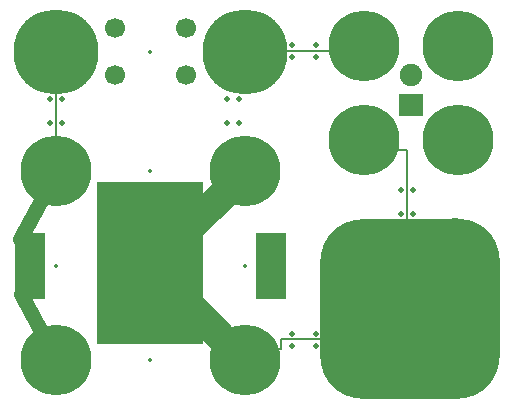
<source format=gtl>
%TF.GenerationSoftware,KiCad,Pcbnew,4.0.5-e0-6337~49~ubuntu16.04.1*%
%TF.CreationDate,2017-02-14T03:20:44-08:00*%
%TF.ProjectId,10mmLED-Button-Battery,31306D6D4C45442D427574746F6E2D42,v1.2*%
%TF.FileFunction,Copper,L1,Top,Signal*%
%FSLAX46Y46*%
G04 Gerber Fmt 4.6, Leading zero omitted, Abs format (unit mm)*
G04 Created by KiCad (PCBNEW 4.0.5-e0-6337~49~ubuntu16.04.1) date Tue Feb 14 03:20:44 2017*
%MOMM*%
%LPD*%
G01*
G04 APERTURE LIST*
%ADD10C,0.350000*%
%ADD11C,2.540000*%
%ADD12C,1.270000*%
%ADD13C,0.500000*%
%ADD14R,2.000000X1.900000*%
%ADD15C,1.900000*%
%ADD16C,6.000000*%
%ADD17C,1.700000*%
%ADD18C,7.200000*%
%ADD19O,15.240000X7.620000*%
%ADD20O,7.620000X15.240000*%
%ADD21R,2.600000X5.560000*%
%ADD22R,9.000000X13.800000*%
%ADD23C,0.152400*%
%ADD24C,0.203200*%
%ADD25C,0.350000*%
G04 APERTURE END LIST*
D10*
D11*
X45768800Y-61544200D02*
X37767800Y-53289200D01*
X46149800Y-45288200D02*
X37894800Y-53289200D01*
D12*
X29766800Y-61290200D02*
X26845800Y-55829200D01*
X29766800Y-45542200D02*
X26718800Y-51130200D01*
D13*
X59004200Y-46990000D03*
X60020200Y-46990000D03*
X60020200Y-49022000D03*
X59004200Y-49022000D03*
X51816000Y-59156600D03*
X51816000Y-60172600D03*
X49784000Y-60172600D03*
X49784000Y-59156600D03*
X30327600Y-41325800D03*
X29311600Y-41325800D03*
X29311600Y-39293800D03*
X30327600Y-39293800D03*
X45313600Y-41351200D03*
X44297600Y-41351200D03*
X44297600Y-39319200D03*
X45313600Y-39319200D03*
D14*
X59855600Y-39810700D03*
D15*
X59855600Y-37270700D03*
D16*
X63855600Y-34810700D03*
X63855600Y-42810700D03*
X55855600Y-42810700D03*
X55855600Y-34810700D03*
D17*
X40758201Y-37303801D03*
X34758201Y-37303801D03*
X40758201Y-33303801D03*
X34758201Y-33303801D03*
D18*
X29764801Y-35289601D03*
X45764801Y-35289601D03*
D19*
X59791600Y-53289200D03*
D20*
X55981600Y-57099200D03*
D19*
X59728100Y-60909200D03*
D20*
X63538100Y-57035700D03*
D21*
X27568800Y-53415200D03*
D22*
X37772800Y-53161200D03*
D21*
X47968800Y-53415200D03*
D16*
X45768800Y-61415200D03*
X29768800Y-61415200D03*
X45768800Y-45415200D03*
X29768800Y-45415200D03*
D13*
X49758600Y-35763200D03*
X49758600Y-34747200D03*
X51790600Y-34747200D03*
X51790600Y-35763200D03*
D23*
X56617600Y-43637200D02*
X59537600Y-43637200D01*
X48818800Y-60502800D02*
X46681200Y-60502800D01*
X46681200Y-60502800D02*
X45768800Y-61415200D01*
X48818800Y-59639200D02*
X48818800Y-60502800D01*
X47189200Y-59994800D02*
X45768800Y-61415200D01*
X52497801Y-59639200D02*
X48818800Y-59639200D01*
X59537600Y-43637200D02*
X59537600Y-49733200D01*
X55727600Y-50495200D02*
X54457600Y-51765200D01*
X59537600Y-49733200D02*
X58521600Y-49733200D01*
X58521600Y-49733200D02*
X57759600Y-50495200D01*
X57759600Y-50495200D02*
X55727600Y-50495200D01*
X54457600Y-57099200D02*
X52497801Y-59058999D01*
X54457600Y-51765200D02*
X54457600Y-57099200D01*
X47544800Y-59639200D02*
X45768800Y-61415200D01*
X52497801Y-59058999D02*
X52497801Y-59639200D01*
X45768800Y-61415200D02*
X46474001Y-60709999D01*
X45748200Y-35273000D02*
X55455800Y-35273000D01*
X55455800Y-35273000D02*
X55854600Y-34874200D01*
X29764801Y-41304399D02*
X29768800Y-41308398D01*
D24*
X29768800Y-41308398D02*
X29768800Y-45415200D01*
D23*
X29748200Y-35273000D02*
X29764801Y-35289601D01*
D24*
X29764801Y-35289601D02*
X29764801Y-41304399D01*
D25*
X59004200Y-46990000D03*
X60020200Y-46990000D03*
X60020200Y-49022000D03*
X59004200Y-49022000D03*
X51816000Y-59156600D03*
X51816000Y-60172600D03*
X49784000Y-60172600D03*
X49784000Y-59156600D03*
X30327600Y-41325800D03*
X29311600Y-41325800D03*
X29311600Y-39293800D03*
X30327600Y-39293800D03*
X45313600Y-41351200D03*
X44297600Y-41351200D03*
X44297600Y-39319200D03*
X45313600Y-39319200D03*
X59855600Y-39810700D03*
X59855600Y-37270700D03*
X63855600Y-34810700D03*
X63855600Y-42810700D03*
X55855600Y-42810700D03*
X55855600Y-34810700D03*
X40758201Y-37303801D03*
X34758201Y-37303801D03*
X40758201Y-33303801D03*
X34758201Y-33303801D03*
X37764801Y-35289601D03*
X29764801Y-35289601D03*
X45764801Y-35289601D03*
X37768800Y-53415200D03*
X45768800Y-53415200D03*
X29768800Y-53415200D03*
X45768800Y-61415200D03*
X37768800Y-61415200D03*
X29768800Y-61415200D03*
X45768800Y-45415200D03*
X37768800Y-45415200D03*
X29768800Y-45415200D03*
X49758600Y-35763200D03*
X49758600Y-34747200D03*
X51790600Y-34747200D03*
X51790600Y-35763200D03*
M02*

</source>
